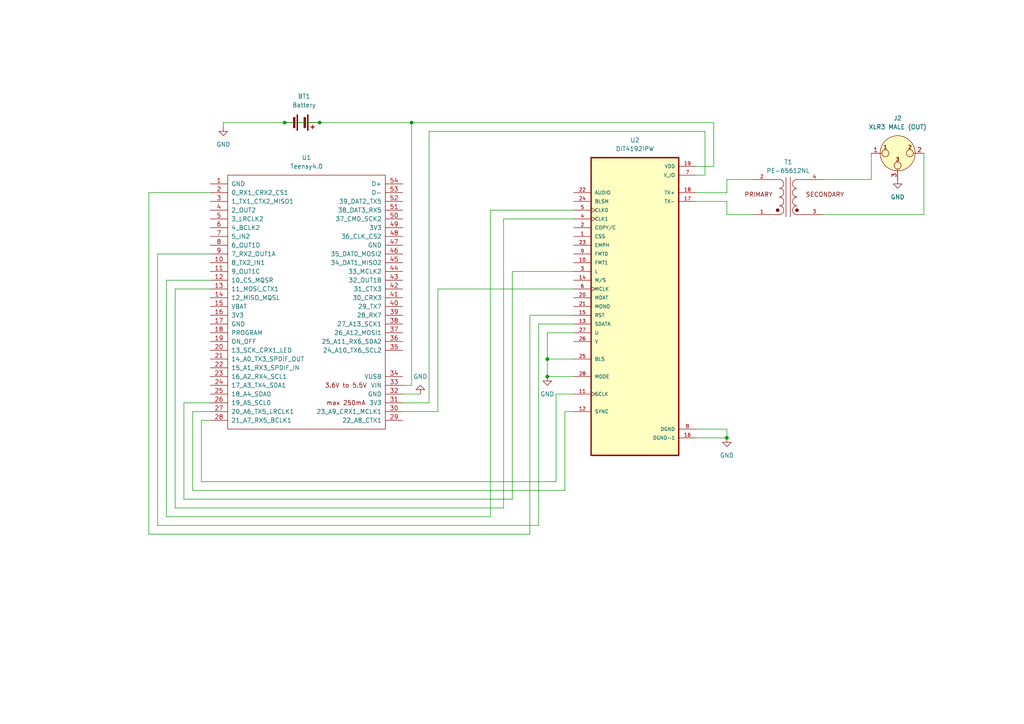
<source format=kicad_sch>
(kicad_sch (version 20250114) (generator "eeschema") (generator_version "9.0")
  (paper "A4")
  (title_block (title "Sound Rocket") (date "2025-07-12") (rev "1") (company "Daniel Anderson") (comment 4 "Portable AES line checker"))
  (lib_symbols
    (symbol "Connector_Audio:XLR3" (pin_names (hide yes))
      (property "Reference" "J" (at 0 8.89 0))
      (property "Value" "XLR3" (at 0 6.35 0))
      (symbol "XLR3_0_1"
        (polyline (pts (xy -5.08 0) (xy -4.572 0)))
        (circle (center -3.556 0) (radius 1.016))
        (circle (center 0 0) (radius 5.08) (fill (type background)))
        (circle (center 0 -3.556) (radius 1.016))
        (polyline (pts (xy 0 -5.08) (xy 0 -4.572)))
        (circle (center 3.556 0) (radius 1.016))
        (polyline (pts (xy 5.08 0) (xy 4.572 0)))
        (text "1" (at -3.556 1.778 0) (effects (font (size 1.016 1.016) (bold yes))))
        (text "3" (at 0 -1.778 0) (effects (font (size 1.016 1.016) (bold yes))))
        (text "2" (at 3.556 1.778 0) (effects (font (size 1.016 1.016) (bold yes))))
        (pin passive line (at -7.62 0 0) (length 2.54) (name "~") (number "1"))
        (pin passive line (at 0 -7.62 90) (length 2.54) (name "~") (number "3"))
        (pin passive line (at 7.62 0 180) (length 2.54) (name "~") (number "2"))
      )
    )
    (symbol "DIT4192IPW:DIT4192IPW" (pin_names (offset 1.016))
      (property "Reference" "U" (at -12.7 44.18 0))
      (property "Value" "DIT4192IPW" (at -12.7 -47.18 0))
      (symbol "DIT4192IPW_0_0"
        (rectangle (start -12.7 -43.18) (end 12.7 43.18) (stroke (width 0.41)) (fill (type background)))
        (pin input line (at -17.78 33.02 0) (length 5.08) (name "AUDIO") (number "22"))
        (pin input line (at -17.78 30.48 0) (length 5.08) (name "BLSM") (number "24"))
        (pin input clock (at -17.78 27.94 0) (length 5.08) (name "CLK0") (number "5"))
        (pin input clock (at -17.78 25.4 0) (length 5.08) (name "CLK1") (number "4"))
        (pin input line (at -17.78 22.86 0) (length 5.08) (name "COPY/C") (number "2"))
        (pin input line (at -17.78 20.32 0) (length 5.08) (name "CSS") (number "1"))
        (pin input line (at -17.78 17.78 0) (length 5.08) (name "EMPH") (number "23"))
        (pin input line (at -17.78 15.24 0) (length 5.08) (name "FMT0") (number "9"))
        (pin input line (at -17.78 12.7 0) (length 5.08) (name "FMT1") (number "10"))
        (pin input line (at -17.78 10.16 0) (length 5.08) (name "L") (number "3"))
        (pin input line (at -17.78 7.62 0) (length 5.08) (name "M/S") (number "14"))
        (pin input clock (at -17.78 5.08 0) (length 5.08) (name "MCLK") (number "6"))
        (pin input line (at -17.78 2.54 0) (length 5.08) (name "MDAT") (number "20"))
        (pin input line (at -17.78 0 0) (length 5.08) (name "MONO") (number "21"))
        (pin input line (at -17.78 -2.54 0) (length 5.08) (name "RST") (number "15"))
        (pin input line (at -17.78 -5.08 0) (length 5.08) (name "SDATA") (number "13"))
        (pin input line (at -17.78 -7.62 0) (length 5.08) (name "U") (number "27"))
        (pin input line (at -17.78 -10.16 0) (length 5.08) (name "V") (number "26"))
        (pin bidirectional line (at -17.78 -15.24 0) (length 5.08) (name "BLS") (number "25"))
        (pin bidirectional line (at -17.78 -20.32 0) (length 5.08) (name "MODE") (number "28"))
        (pin bidirectional clock (at -17.78 -25.4 0) (length 5.08) (name "SCLK") (number "11"))
        (pin bidirectional line (at -17.78 -30.48 0) (length 5.08) (name "SYNC") (number "12"))
        (pin power_in line (at 17.78 40.64 180) (length 5.08) (name "VDD") (number "19"))
        (pin power_in line (at 17.78 38.1 180) (length 5.08) (name "V_IO") (number "7"))
        (pin output line (at 17.78 33.02 180) (length 5.08) (name "TX+") (number "18"))
        (pin output line (at 17.78 30.48 180) (length 5.08) (name "TX-") (number "17"))
        (pin power_in line (at 17.78 -35.56 180) (length 5.08) (name "DGND") (number "8"))
        (pin power_in line (at 17.78 -38.1 180) (length 5.08) (name "DGND-1") (number "16"))
      )
    )
    (symbol "Device:Battery" (pin_numbers (hide yes)) (pin_names (offset 0) (hide yes))
      (property "Reference" "BT" (at 2.54 2.54 0))
      (property "Value" "Battery" (at 2.54 0 0))
      (symbol "Battery_0_1"
        (rectangle (start -2.286 1.778) (end 2.286 1.524) (fill (type outline)))
        (rectangle (start -2.286 -1.27) (end 2.286 -1.524) (fill (type outline)))
        (rectangle (start -1.524 1.016) (end 1.524 0.508) (fill (type outline)))
        (rectangle (start -1.524 -2.032) (end 1.524 -2.54) (fill (type outline)))
        (polyline (pts (xy 0 1.778) (xy 0 2.54)))
        (polyline (pts (xy 0 0) (xy 0 0.254)))
        (polyline (pts (xy 0 -0.508) (xy 0 -0.254)))
        (polyline (pts (xy 0 -1.016) (xy 0 -0.762)))
        (polyline (pts (xy 0.762 3.048) (xy 1.778 3.048)) (stroke (width 0.254)))
        (polyline (pts (xy 1.27 3.556) (xy 1.27 2.54)) (stroke (width 0.254)))
      )
      (symbol "Battery_1_1"
        (pin passive line (at 0 5.08 270) (length 2.54) (name "+") (number "1"))
        (pin passive line (at 0 -5.08 90) (length 2.54) (name "-") (number "2"))
      )
    )
    (symbol "PE-65612NL:PE-65612NL" (pin_names (offset 1.016))
      (property "Reference" "T" (at -5.0839 7.6279 0))
      (property "Value" "PE-65612NL" (at -5.0814 -7.6227 0))
      (symbol "PE-65612NL_0_0"
        (circle (center -3.048 -3.81) (radius 0.254) (stroke (width 0.508)))
        (arc (start -2.54 5.08) (mid -1.2755 3.81) (end -2.54 2.54) (stroke (width 0.1524)))
        (arc (start -2.54 2.54) (mid -1.2755 1.27) (end -2.54 0) (stroke (width 0.1524)))
        (arc (start -2.54 0) (mid -1.2755 -1.27) (end -2.54 -2.54) (stroke (width 0.1524)))
        (arc (start -2.54 -2.54) (mid -1.2755 -3.81) (end -2.54 -5.08) (stroke (width 0.1524)))
        (polyline (pts (xy -2.54 5.08) (xy -5.08 5.08)) (stroke (width 0.1524)))
        (polyline (pts (xy -2.54 -5.08) (xy -5.08 -5.08)) (stroke (width 0.1524)))
        (polyline (pts (xy -0.635 5.715) (xy -0.635 -5.715)) (stroke (width 0.1524)))
        (polyline (pts (xy 0.635 5.715) (xy 0.635 -5.715)) (stroke (width 0.1524)))
        (polyline (pts (xy 2.54 5.08) (xy 5.08 5.08)) (stroke (width 0.1524)))
        (circle (center 2.54 -3.81) (radius 0.254) (stroke (width 0.508)))
        (polyline (pts (xy 2.54 -5.08) (xy 5.08 -5.08)) (stroke (width 0.1524)))
        (arc (start 2.54 2.54) (mid 1.2755 3.81) (end 2.54 5.08) (stroke (width 0.1524)))
        (arc (start 2.54 0) (mid 1.2755 1.27) (end 2.54 2.54) (stroke (width 0.1524)))
        (arc (start 2.54 -2.54) (mid 1.2755 -1.27) (end 2.54 0) (stroke (width 0.1524)))
        (arc (start 2.54 -5.08) (mid 1.2755 -3.81) (end 2.54 -2.54) (stroke (width 0.1524)))
        (text "PRIMARY" (at -12.7 0 0) (effects (font (size 1.27 1.27)) (justify left bottom)))
        (text "SECONDARY" (at 5.08 0 0) (effects (font (size 1.27 1.27)) (justify left bottom)))
        (pin passive line (at -10.16 5.08 0) (length 5.08) (name "~") (number "2"))
        (pin passive line (at -10.16 -5.08 0) (length 5.08) (name "~") (number "1"))
        (pin passive line (at 10.16 5.08 180) (length 5.08) (name "~") (number "4"))
        (pin passive line (at 10.16 -5.08 180) (length 5.08) (name "~") (number "3"))
      )
    )
    (symbol "power:GND" (power) (pin_names (offset 0))
      (property "Value" "GND" (at 0 -3.81 0))
      (symbol "GND_0_1"
        (polyline (pts (xy 0 0) (xy 0 -1.27) (xy 1.27 -1.27) (xy 0 -2.54) (xy -1.27 -1.27) (xy 0 -1.27)))
      )
      (symbol "GND_1_1"
        (pin power_in line (at 0 0 270) (length 0) (hide yes) (name "GND") (number "1"))
      )
    )
    (symbol "teensy:Teensy4.0" (pin_names (offset 1.016))
      (property "Reference" "U" (at 0 39.37 0))
      (property "Value" "Teensy4.0" (at 0 -39.37 0))
      (symbol "Teensy4.0_0_0"
        (text "3.6V to 5.5V" (at 11.43 -24.13 0) (effects (font (size 1.27 1.27))))
        (text "max 250mA" (at 11.43 -29.21 0) (effects (font (size 1.27 1.27))))
        (pin bidirectional line (at -27.94 24.13 0) (length 5.08) (name "3_LRCLK2") (number "5"))
        (pin bidirectional line (at -27.94 21.59 0) (length 5.08) (name "4_BCLK2") (number "6"))
        (pin bidirectional line (at -27.94 19.05 0) (length 5.08) (name "5_IN2") (number "7"))
        (pin bidirectional line (at -27.94 16.51 0) (length 5.08) (name "6_OUT1D") (number "8"))
        (pin bidirectional line (at -27.94 13.97 0) (length 5.08) (name "7_RX2_OUT1A") (number "9"))
        (pin bidirectional line (at -27.94 11.43 0) (length 5.08) (name "8_TX2_IN1") (number "10"))
        (pin bidirectional line (at -27.94 8.89 0) (length 5.08) (name "9_OUT1C") (number "11"))
        (pin bidirectional line (at -27.94 6.35 0) (length 5.08) (name "10_CS_MQSR") (number "12"))
        (pin bidirectional line (at -27.94 3.81 0) (length 5.08) (name "11_MOSI_CTX1") (number "13"))
        (pin bidirectional line (at -27.94 1.27 0) (length 5.08) (name "12_MISO_MQSL") (number "14"))
        (pin power_in line (at -27.94 -1.27 0) (length 5.08) (name "VBAT") (number "15"))
        (pin power_in line (at -27.94 -3.81 0) (length 5.08) (name "3V3") (number "16"))
        (pin power_in line (at -27.94 -6.35 0) (length 5.08) (name "GND") (number "17"))
        (pin input line (at -27.94 -8.89 0) (length 5.08) (name "PROGRAM") (number "18"))
        (pin input line (at -27.94 -11.43 0) (length 5.08) (name "ON_OFF") (number "19"))
        (pin bidirectional line (at -27.94 -13.97 0) (length 5.08) (name "13_SCK_CRX1_LED") (number "20"))
        (pin bidirectional line (at -27.94 -16.51 0) (length 5.08) (name "14_A0_TX3_SPDIF_OUT") (number "21"))
        (pin bidirectional line (at -27.94 -19.05 0) (length 5.08) (name "15_A1_RX3_SPDIF_IN") (number "22"))
        (pin bidirectional line (at -27.94 -21.59 0) (length 5.08) (name "16_A2_RX4_SCL1") (number "23"))
        (pin bidirectional line (at -27.94 -24.13 0) (length 5.08) (name "17_A3_TX4_SDA1") (number "24"))
        (pin bidirectional line (at -27.94 -26.67 0) (length 5.08) (name "18_A4_SDA0") (number "25"))
        (pin bidirectional line (at -27.94 -29.21 0) (length 5.08) (name "19_A5_SCL0") (number "26"))
        (pin bidirectional line (at -27.94 -31.75 0) (length 5.08) (name "20_A6_TX5_LRCLK1") (number "27"))
        (pin bidirectional line (at -27.94 -34.29 0) (length 5.08) (name "21_A7_RX5_BCLK1") (number "28"))
        (pin bidirectional line (at 27.94 34.29 180) (length 5.08) (name "D+") (number "54"))
        (pin bidirectional line (at 27.94 31.75 180) (length 5.08) (name "D-") (number "53"))
        (pin bidirectional line (at 27.94 29.21 180) (length 5.08) (name "39_DAT2_TX5") (number "52"))
        (pin bidirectional line (at 27.94 26.67 180) (length 5.08) (name "38_DAT3_RX5") (number "51"))
        (pin bidirectional line (at 27.94 24.13 180) (length 5.08) (name "37_CMD_SCK2") (number "50"))
        (pin power_out line (at 27.94 21.59 180) (length 5.08) (name "3V3") (number "49"))
        (pin bidirectional line (at 27.94 19.05 180) (length 5.08) (name "36_CLK_CS2") (number "48"))
        (pin power_out line (at 27.94 16.51 180) (length 5.08) (name "GND") (number "47"))
        (pin bidirectional line (at 27.94 13.97 180) (length 5.08) (name "35_DAT0_MOSI2") (number "46"))
        (pin bidirectional line (at 27.94 11.43 180) (length 5.08) (name "34_DAT1_MISO2") (number "45"))
        (pin bidirectional line (at 27.94 8.89 180) (length 5.08) (name "33_MCLK2") (number "44"))
        (pin bidirectional line (at 27.94 6.35 180) (length 5.08) (name "32_OUT1B") (number "43"))
        (pin bidirectional line (at 27.94 3.81 180) (length 5.08) (name "31_CTX3") (number "42"))
        (pin bidirectional line (at 27.94 1.27 180) (length 5.08) (name "30_CRX3") (number "41"))
        (pin bidirectional line (at 27.94 -1.27 180) (length 5.08) (name "29_TX7") (number "40"))
        (pin bidirectional line (at 27.94 -3.81 180) (length 5.08) (name "28_RX7") (number "39"))
        (pin bidirectional line (at 27.94 -6.35 180) (length 5.08) (name "27_A13_SCK1") (number "38"))
        (pin bidirectional line (at 27.94 -8.89 180) (length 5.08) (name "26_A12_MOSI1") (number "37"))
        (pin bidirectional line (at 27.94 -11.43 180) (length 5.08) (name "25_A11_RX6_SDA2") (number "36"))
        (pin bidirectional line (at 27.94 -13.97 180) (length 5.08) (name "24_A10_TX6_SCL2") (number "35"))
        (pin power_out line (at 27.94 -21.59 180) (length 5.08) (name "VUSB") (number "34"))
        (pin power_in line (at 27.94 -24.13 180) (length 5.08) (name "VIN") (number "33"))
        (pin power_in line (at 27.94 -26.67 180) (length 5.08) (name "GND") (number "32"))
        (pin power_out line (at 27.94 -29.21 180) (length 5.08) (name "3V3") (number "31"))
        (pin bidirectional line (at 27.94 -31.75 180) (length 5.08) (name "23_A9_CRX1_MCLK1") (number "30"))
        (pin bidirectional line (at 27.94 -34.29 180) (length 5.08) (name "22_A8_CTX1") (number "29"))
      )
      (symbol "Teensy4.0_0_1"
        (rectangle (start -22.86 36.83) (end 22.86 -36.83))
        (rectangle (start -20.32 -31.75) (end -20.32 -31.75))
      )
      (symbol "Teensy4.0_1_1"
        (pin power_in line (at -27.94 34.29 0) (length 5.08) (name "GND") (number "1"))
        (pin bidirectional line (at -27.94 31.75 0) (length 5.08) (name "0_RX1_CRX2_CS1") (number "2"))
        (pin bidirectional line (at -27.94 29.21 0) (length 5.08) (name "1_TX1_CTX2_MISO1") (number "3"))
        (pin bidirectional line (at -27.94 26.67 0) (length 5.08) (name "2_OUT2") (number "4"))
      )
    )
  )
  (junction (at 82.55 35.56))
  (junction (at 92.71 35.56))
  (junction (at 158.75 109.22))
  (junction (at 119.38 35.56))
  (junction (at 158.75 104.14))
  (junction (at 210.82 127))
  (wire (pts (xy 158.75 109.22) (xy 166.37 109.22)))
  (wire (pts (xy 48.26 149.86) (xy 142.24 149.86)))
  (wire (pts (xy 156.21 152.4) (xy 45.72 152.4)))
  (wire (pts (xy 210.82 58.42) (xy 210.82 62.23)))
  (wire (pts (xy 45.72 152.4) (xy 45.72 73.66)))
  (wire (pts (xy 148.59 78.74) (xy 166.37 78.74)))
  (wire (pts (xy 201.93 48.26) (xy 207.01 48.26)))
  (wire (pts (xy 92.71 35.56) (xy 82.55 35.56)))
  (wire (pts (xy 43.18 55.88) (xy 60.96 55.88)))
  (wire (pts (xy 210.82 127) (xy 210.82 124.46)))
  (wire (pts (xy 207.01 48.26) (xy 207.01 35.56)))
  (wire (pts (xy 153.67 154.94) (xy 153.67 91.44)))
  (wire (pts (xy 142.24 60.96) (xy 166.37 60.96)))
  (wire (pts (xy 124.46 38.1) (xy 124.46 116.84)))
  (wire (pts (xy 127 119.38) (xy 127 83.82)))
  (wire (pts (xy 43.18 55.88) (xy 43.18 154.94)))
  (wire (pts (xy 204.47 38.1) (xy 204.47 50.8)))
  (wire (pts (xy 161.29 114.3) (xy 166.37 114.3)))
  (wire (pts (xy 201.93 55.88) (xy 210.82 55.88)))
  (wire (pts (xy 119.38 35.56) (xy 207.01 35.56)))
  (wire (pts (xy 252.73 44.45) (xy 252.73 52.07)))
  (wire (pts (xy 238.76 62.23) (xy 267.97 62.23)))
  (wire (pts (xy 156.21 93.98) (xy 166.37 93.98)))
  (wire (pts (xy 58.42 121.92) (xy 60.96 121.92)))
  (wire (pts (xy 58.42 121.92) (xy 58.42 139.7)))
  (wire (pts (xy 127 83.82) (xy 166.37 83.82)))
  (wire (pts (xy 210.82 52.07) (xy 218.44 52.07)))
  (wire (pts (xy 119.38 35.56) (xy 119.38 111.76)))
  (wire (pts (xy 166.37 96.52) (xy 158.75 96.52)))
  (wire (pts (xy 50.8 83.82) (xy 60.96 83.82)))
  (wire (pts (xy 64.77 35.56) (xy 82.55 35.56)))
  (wire (pts (xy 92.71 35.56) (xy 119.38 35.56)))
  (wire (pts (xy 48.26 81.28) (xy 60.96 81.28)))
  (wire (pts (xy 53.34 144.78) (xy 148.59 144.78)))
  (wire (pts (xy 166.37 63.5) (xy 146.05 63.5)))
  (wire (pts (xy 201.93 58.42) (xy 210.82 58.42)))
  (wire (pts (xy 119.38 111.76) (xy 116.84 111.76)))
  (wire (pts (xy 45.72 73.66) (xy 60.96 73.66)))
  (wire (pts (xy 64.77 36.83) (xy 64.77 35.56)))
  (wire (pts (xy 50.8 147.32) (xy 50.8 83.82)))
  (wire (pts (xy 238.76 52.07) (xy 252.73 52.07)))
  (wire (pts (xy 210.82 55.88) (xy 210.82 52.07)))
  (wire (pts (xy 267.97 44.45) (xy 267.97 62.23)))
  (wire (pts (xy 142.24 149.86) (xy 142.24 60.96)))
  (wire (pts (xy 158.75 96.52) (xy 158.75 104.14)))
  (wire (pts (xy 156.21 93.98) (xy 156.21 152.4)))
  (wire (pts (xy 158.75 104.14) (xy 166.37 104.14)))
  (wire (pts (xy 53.34 116.84) (xy 60.96 116.84)))
  (wire (pts (xy 55.88 142.24) (xy 163.83 142.24)))
  (wire (pts (xy 124.46 38.1) (xy 204.47 38.1)))
  (wire (pts (xy 48.26 81.28) (xy 48.26 149.86)))
  (wire (pts (xy 116.84 116.84) (xy 124.46 116.84)))
  (wire (pts (xy 210.82 62.23) (xy 218.44 62.23)))
  (wire (pts (xy 204.47 50.8) (xy 201.93 50.8)))
  (wire (pts (xy 55.88 119.38) (xy 60.96 119.38)))
  (wire (pts (xy 153.67 91.44) (xy 166.37 91.44)))
  (wire (pts (xy 58.42 139.7) (xy 161.29 139.7)))
  (wire (pts (xy 161.29 139.7) (xy 161.29 114.3)))
  (wire (pts (xy 116.84 119.38) (xy 127 119.38)))
  (wire (pts (xy 53.34 116.84) (xy 53.34 144.78)))
  (wire (pts (xy 55.88 119.38) (xy 55.88 142.24)))
  (wire (pts (xy 146.05 147.32) (xy 50.8 147.32)))
  (wire (pts (xy 158.75 104.14) (xy 158.75 109.22)))
  (wire (pts (xy 201.93 124.46) (xy 210.82 124.46)))
  (wire (pts (xy 116.84 114.3) (xy 121.92 114.3)))
  (wire (pts (xy 146.05 63.5) (xy 146.05 147.32)))
  (wire (pts (xy 163.83 119.38) (xy 166.37 119.38)))
  (wire (pts (xy 201.93 127) (xy 210.82 127)))
  (wire (pts (xy 148.59 144.78) (xy 148.59 78.74)))
  (wire (pts (xy 43.18 154.94) (xy 153.67 154.94)))
  (wire (pts (xy 163.83 142.24) (xy 163.83 119.38)))
  (symbol (lib_id "power:GND") (at 210.82 127 0) (unit 1)
    (property "Reference" "#PWR06" (effects (hide yes)))
    (property "Value" "GND" (at 210.82 132.08 0))
  )
  (symbol (lib_id "power:GND") (at 260.35 52.07 0) (unit 1)
    (property "Reference" "#PWR01" (effects (hide yes)))
    (property "Value" "GND" (at 260.35 57.15 0))
  )
  (symbol (lib_id "Device:Battery") (at 87.63 35.56 270) (unit 1)
    (property "Reference" "BT1" (at 88.2015 27.94 90))
    (property "Value" "Battery" (at 88.2015 30.48 90))
  )
  (symbol (lib_id "power:GND") (at 158.75 109.22 0) (unit 1)
    (property "Reference" "#PWR02" (effects (hide yes)))
    (property "Value" "GND" (at 158.75 114.3 0))
  )
  (symbol (lib_id "power:GND") (at 121.92 114.3 0) (mirror x) (unit 1)
    (property "Reference" "#PWR04" (effects (hide yes)))
    (property "Value" "GND" (at 121.92 109.22 0))
  )
  (symbol (lib_id "PE-65612NL:PE-65612NL") (at 228.6 57.15 0) (unit 1)
    (property "Reference" "T1" (at 228.6 46.99 0))
    (property "Value" "PE-65612NL" (at 228.6 49.53 0))
    (property "Footprint" "PE-65612NL:XFMR_PE-65612NL" (effects (hide yes)))
    (property "PARTREV" "T601.G" (effects (hide yes)))
    (property "SNAPEDA_PN" "PE-65612NL" (effects (hide yes)))
    (property "MANUFACTURER" "Pulse Electronics" (effects (hide yes)))
    (property "MAXIMUM_PACKAGE_HEIGHT" "6.35 mm" (effects (hide yes)))
    (property "STANDARD" "IPC 7351B" (effects (hide yes)))
  )
  (symbol (lib_id "power:GND") (at 64.77 36.83 0) (unit 1)
    (property "Reference" "#PWR05" (effects (hide yes)))
    (property "Value" "GND" (at 64.77 41.91 0))
  )
  (symbol (lib_id "DIT4192IPW:DIT4192IPW") (at 184.15 88.9 0) (unit 1)
    (property "Reference" "U2" (at 184.15 40.64 0))
    (property "Value" "DIT4192IPW" (at 184.15 43.18 0))
    (property "Footprint" "DIT4192IPW:SOP65P640X120-28N" (effects (hide yes)))
  )
  (symbol (lib_id "Connector_Audio:XLR3") (at 260.35 44.45 0) (unit 1)
    (property "Reference" "J2" (at 260.35 34.29 0))
    (property "Value" "XLR3 MALE (OUT)" (at 260.35 36.83 0))
    (property "Datasheet" " ~" (effects (hide yes)))
  )
  (symbol (lib_id "teensy:Teensy4.0") (at 88.9 87.63 0) (unit 1)
    (property "Reference" "U1" (at 88.9 45.72 0))
    (property "Value" "Teensy4.0" (at 88.9 48.26 0))
  )
)
</source>
